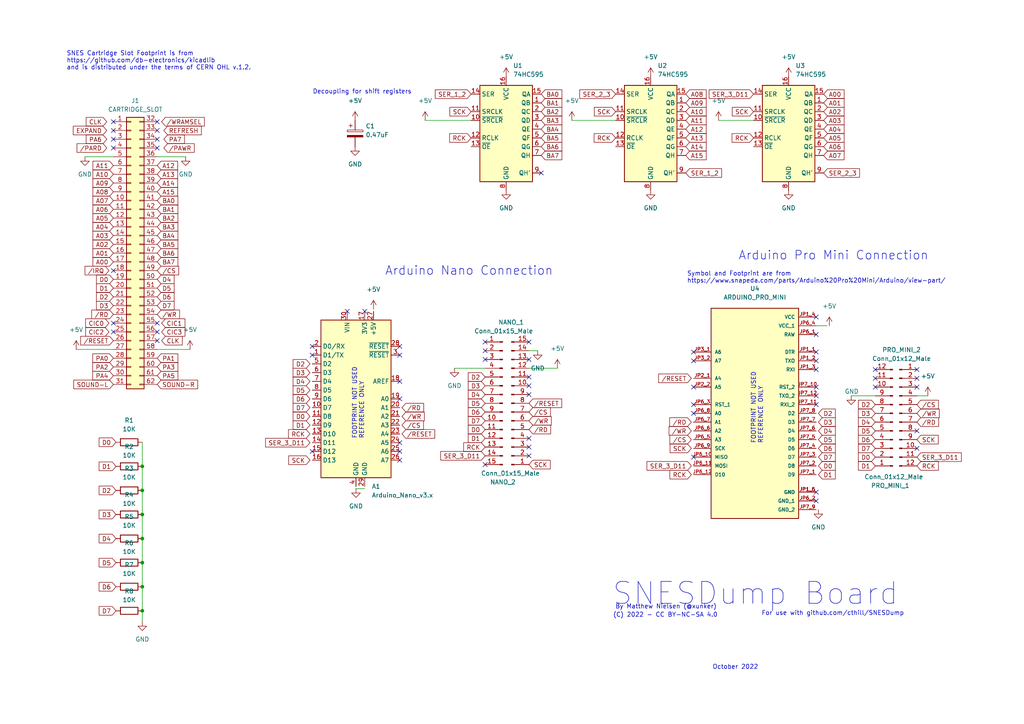
<source format=kicad_sch>
(kicad_sch (version 20211123) (generator eeschema)
  (paper "A4")
  (lib_symbols
    (symbol "74xx:74HC595"
      (property "Reference" "U" (at -7.62 13.97 0))
      (property "Value" "74HC595" (at -7.62 -16.51 0))
      (symbol "74HC595_1_0"
        (pin tri_state line (at 10.16 7.62 180) (length 2.54) (name "QB") (number "1"))
        (pin input line (at -10.16 2.54 0) (length 2.54) (name "~{SRCLR}") (number "10"))
        (pin input line (at -10.16 5.08 0) (length 2.54) (name "SRCLK") (number "11"))
        (pin input line (at -10.16 -2.54 0) (length 2.54) (name "RCLK") (number "12"))
        (pin input line (at -10.16 -5.08 0) (length 2.54) (name "~{OE}") (number "13"))
        (pin input line (at -10.16 10.16 0) (length 2.54) (name "SER") (number "14"))
        (pin tri_state line (at 10.16 10.16 180) (length 2.54) (name "QA") (number "15"))
        (pin power_in line (at 0 15.24 270) (length 2.54) (name "VCC") (number "16"))
        (pin tri_state line (at 10.16 5.08 180) (length 2.54) (name "QC") (number "2"))
        (pin tri_state line (at 10.16 2.54 180) (length 2.54) (name "QD") (number "3"))
        (pin tri_state line (at 10.16 0 180) (length 2.54) (name "QE") (number "4"))
        (pin tri_state line (at 10.16 -2.54 180) (length 2.54) (name "QF") (number "5"))
        (pin tri_state line (at 10.16 -5.08 180) (length 2.54) (name "QG") (number "6"))
        (pin tri_state line (at 10.16 -7.62 180) (length 2.54) (name "QH") (number "7"))
        (pin power_in line (at 0 -17.78 90) (length 2.54) (name "GND") (number "8"))
        (pin output line (at 10.16 -12.7 180) (length 2.54) (name "QH'") (number "9"))
      )
    )
    (symbol "ARDUINO_PRO_MINI:ARDUINO_PRO_MINI" (pin_names (offset 1.016))
      (property "Reference" "U" (at -12.7 31.75 0))
      (property "Value" "ARDUINO_PRO_MINI" (at -12.7 -33.02 0))
      (symbol "ARDUINO_PRO_MINI_0_0"
        (pin input line (at 17.78 17.78 180) (length 5.08) (name "DTR") (number "JP1_1"))
        (pin bidirectional line (at 17.78 15.24 180) (length 5.08) (name "TXO") (number "JP1_2"))
        (pin bidirectional line (at 17.78 12.7 180) (length 5.08) (name "RXI") (number "JP1_3"))
        (pin power_in line (at 17.78 27.94 180) (length 5.08) (name "VCC") (number "JP1_4"))
        (pin power_in line (at 17.78 -22.86 180) (length 5.08) (name "GND") (number "JP1_5"))
        (pin power_in line (at 17.78 -22.86 180) (length 5.08) (name "GND") (number "JP1_6"))
        (pin bidirectional line (at -17.78 10.16 0) (length 5.08) (name "A4") (number "JP2_1"))
        (pin bidirectional line (at -17.78 7.62 0) (length 5.08) (name "A5") (number "JP2_2"))
        (pin input line (at -17.78 17.78 0) (length 5.08) (name "A6") (number "JP3_1"))
        (pin input line (at -17.78 15.24 0) (length 5.08) (name "A7") (number "JP3_2"))
        (pin power_in line (at 17.78 22.86 180) (length 5.08) (name "RAW") (number "JP6_1"))
        (pin bidirectional line (at -17.78 -12.7 0) (length 5.08) (name "MISO") (number "JP6_10"))
        (pin bidirectional line (at -17.78 -15.24 0) (length 5.08) (name "MOSI") (number "JP6_11"))
        (pin bidirectional line (at -17.78 -17.78 0) (length 5.08) (name "D10") (number "JP6_12"))
        (pin power_in line (at 17.78 -25.4 180) (length 5.08) (name "GND_1") (number "JP6_2"))
        (pin input line (at -17.78 2.54 0) (length 5.08) (name "RST_1") (number "JP6_3"))
        (pin power_in line (at 17.78 25.4 180) (length 5.08) (name "VCC_1") (number "JP6_4"))
        (pin bidirectional line (at -17.78 -7.62 0) (length 5.08) (name "A3") (number "JP6_5"))
        (pin bidirectional line (at -17.78 -5.08 0) (length 5.08) (name "A2") (number "JP6_6"))
        (pin bidirectional line (at -17.78 -2.54 0) (length 5.08) (name "A1") (number "JP6_7"))
        (pin bidirectional line (at -17.78 0 0) (length 5.08) (name "A0") (number "JP6_8"))
        (pin bidirectional line (at -17.78 -10.16 0) (length 5.08) (name "SCK") (number "JP6_9"))
        (pin bidirectional line (at 17.78 -17.78 180) (length 5.08) (name "D9") (number "JP7_1"))
        (pin input line (at 17.78 7.62 180) (length 5.08) (name "RST_2") (number "JP7_10"))
        (pin bidirectional line (at 17.78 2.54 180) (length 5.08) (name "RXI_2") (number "JP7_11"))
        (pin bidirectional line (at 17.78 5.08 180) (length 5.08) (name "TXO_2") (number "JP7_12"))
        (pin bidirectional line (at 17.78 -15.24 180) (length 5.08) (name "D8") (number "JP7_2"))
        (pin bidirectional line (at 17.78 -12.7 180) (length 5.08) (name "D7") (number "JP7_3"))
        (pin bidirectional line (at 17.78 -10.16 180) (length 5.08) (name "D6") (number "JP7_4"))
        (pin bidirectional line (at 17.78 -7.62 180) (length 5.08) (name "D5") (number "JP7_5"))
        (pin bidirectional line (at 17.78 -5.08 180) (length 5.08) (name "D4") (number "JP7_6"))
        (pin bidirectional line (at 17.78 -2.54 180) (length 5.08) (name "D3") (number "JP7_7"))
        (pin bidirectional line (at 17.78 0 180) (length 5.08) (name "D2") (number "JP7_8"))
        (pin power_in line (at 17.78 -27.94 180) (length 5.08) (name "GND_2") (number "JP7_9"))
      )
    )
    (symbol "Connector:Conn_01x12_Male" (pin_names (offset 1.016) hide)
      (property "Reference" "J" (at 0 15.24 0))
      (property "Value" "Conn_01x12_Male" (at 0 -17.78 0))
      (symbol "Conn_01x12_Male_1_1"
        (pin passive line (at 5.08 12.7 180) (length 3.81) (name "Pin_1") (number "1"))
        (pin passive line (at 5.08 -10.16 180) (length 3.81) (name "Pin_10") (number "10"))
        (pin passive line (at 5.08 -12.7 180) (length 3.81) (name "Pin_11") (number "11"))
        (pin passive line (at 5.08 -15.24 180) (length 3.81) (name "Pin_12") (number "12"))
        (pin passive line (at 5.08 10.16 180) (length 3.81) (name "Pin_2") (number "2"))
        (pin passive line (at 5.08 7.62 180) (length 3.81) (name "Pin_3") (number "3"))
        (pin passive line (at 5.08 5.08 180) (length 3.81) (name "Pin_4") (number "4"))
        (pin passive line (at 5.08 2.54 180) (length 3.81) (name "Pin_5") (number "5"))
        (pin passive line (at 5.08 0 180) (length 3.81) (name "Pin_6") (number "6"))
        (pin passive line (at 5.08 -2.54 180) (length 3.81) (name "Pin_7") (number "7"))
        (pin passive line (at 5.08 -5.08 180) (length 3.81) (name "Pin_8") (number "8"))
        (pin passive line (at 5.08 -7.62 180) (length 3.81) (name "Pin_9") (number "9"))
      )
    )
    (symbol "Connector:Conn_01x15_Male" (pin_names (offset 1.016) hide)
      (property "Reference" "J" (at 0 20.32 0))
      (property "Value" "Conn_01x15_Male" (at 0 -20.32 0))
      (symbol "Conn_01x15_Male_1_1"
        (pin passive line (at 5.08 17.78 180) (length 3.81) (name "Pin_1") (number "1"))
        (pin passive line (at 5.08 -5.08 180) (length 3.81) (name "Pin_10") (number "10"))
        (pin passive line (at 5.08 -7.62 180) (length 3.81) (name "Pin_11") (number "11"))
        (pin passive line (at 5.08 -10.16 180) (length 3.81) (name "Pin_12") (number "12"))
        (pin passive line (at 5.08 -12.7 180) (length 3.81) (name "Pin_13") (number "13"))
        (pin passive line (at 5.08 -15.24 180) (length 3.81) (name "Pin_14") (number "14"))
        (pin passive line (at 5.08 -17.78 180) (length 3.81) (name "Pin_15") (number "15"))
        (pin passive line (at 5.08 15.24 180) (length 3.81) (name "Pin_2") (number "2"))
        (pin passive line (at 5.08 12.7 180) (length 3.81) (name "Pin_3") (number "3"))
        (pin passive line (at 5.08 10.16 180) (length 3.81) (name "Pin_4") (number "4"))
        (pin passive line (at 5.08 7.62 180) (length 3.81) (name "Pin_5") (number "5"))
        (pin passive line (at 5.08 5.08 180) (length 3.81) (name "Pin_6") (number "6"))
        (pin passive line (at 5.08 2.54 180) (length 3.81) (name "Pin_7") (number "7"))
        (pin passive line (at 5.08 0 180) (length 3.81) (name "Pin_8") (number "8"))
        (pin passive line (at 5.08 -2.54 180) (length 3.81) (name "Pin_9") (number "9"))
      )
    )
    (symbol "Connector_Generic:Conn_02x31_Top_Bottom" (pin_names (offset 1.016) hide)
      (property "Reference" "J" (at 1.27 40.64 0))
      (property "Value" "Conn_02x31_Top_Bottom" (at 1.27 -40.64 0))
      (symbol "Conn_02x31_Top_Bottom_1_1"
        (pin passive line (at -5.08 38.1 0) (length 3.81) (name "Pin_1") (number "1"))
        (pin passive line (at -5.08 15.24 0) (length 3.81) (name "Pin_10") (number "10"))
        (pin passive line (at -5.08 12.7 0) (length 3.81) (name "Pin_11") (number "11"))
        (pin passive line (at -5.08 10.16 0) (length 3.81) (name "Pin_12") (number "12"))
        (pin passive line (at -5.08 7.62 0) (length 3.81) (name "Pin_13") (number "13"))
        (pin passive line (at -5.08 5.08 0) (length 3.81) (name "Pin_14") (number "14"))
        (pin passive line (at -5.08 2.54 0) (length 3.81) (name "Pin_15") (number "15"))
        (pin passive line (at -5.08 0 0) (length 3.81) (name "Pin_16") (number "16"))
        (pin passive line (at -5.08 -2.54 0) (length 3.81) (name "Pin_17") (number "17"))
        (pin passive line (at -5.08 -5.08 0) (length 3.81) (name "Pin_18") (number "18"))
        (pin passive line (at -5.08 -7.62 0) (length 3.81) (name "Pin_19") (number "19"))
        (pin passive line (at -5.08 35.56 0) (length 3.81) (name "Pin_2") (number "2"))
        (pin passive line (at -5.08 -10.16 0) (length 3.81) (name "Pin_20") (number "20"))
        (pin passive line (at -5.08 -12.7 0) (length 3.81) (name "Pin_21") (number "21"))
        (pin passive line (at -5.08 -15.24 0) (length 3.81) (name "Pin_22") (number "22"))
        (pin passive line (at -5.08 -17.78 0) (length 3.81) (name "Pin_23") (number "23"))
        (pin passive line (at -5.08 -20.32 0) (length 3.81) (name "Pin_24") (number "24"))
        (pin passive line (at -5.08 -22.86 0) (length 3.81) (name "Pin_25") (number "25"))
        (pin passive line (at -5.08 -25.4 0) (length 3.81) (name "Pin_26") (number "26"))
        (pin passive line (at -5.08 -27.94 0) (length 3.81) (name "Pin_27") (number "27"))
        (pin passive line (at -5.08 -30.48 0) (length 3.81) (name "Pin_28") (number "28"))
        (pin passive line (at -5.08 -33.02 0) (length 3.81) (name "Pin_29") (number "29"))
        (pin passive line (at -5.08 33.02 0) (length 3.81) (name "Pin_3") (number "3"))
        (pin passive line (at -5.08 -35.56 0) (length 3.81) (name "Pin_30") (number "30"))
        (pin passive line (at -5.08 -38.1 0) (length 3.81) (name "Pin_31") (number "31"))
        (pin passive line (at 7.62 38.1 180) (length 3.81) (name "Pin_32") (number "32"))
        (pin passive line (at 7.62 35.56 180) (length 3.81) (name "Pin_33") (number "33"))
        (pin passive line (at 7.62 33.02 180) (length 3.81) (name "Pin_34") (number "34"))
        (pin passive line (at 7.62 30.48 180) (length 3.81) (name "Pin_35") (number "35"))
        (pin passive line (at 7.62 27.94 180) (length 3.81) (name "Pin_36") (number "36"))
        (pin passive line (at 7.62 25.4 180) (length 3.81) (name "Pin_37") (number "37"))
        (pin passive line (at 7.62 22.86 180) (length 3.81) (name "Pin_38") (number "38"))
        (pin passive line (at 7.62 20.32 180) (length 3.81) (name "Pin_39") (number "39"))
        (pin passive line (at -5.08 30.48 0) (length 3.81) (name "Pin_4") (number "4"))
        (pin passive line (at 7.62 17.78 180) (length 3.81) (name "Pin_40") (number "40"))
        (pin passive line (at 7.62 15.24 180) (length 3.81) (name "Pin_41") (number "41"))
        (pin passive line (at 7.62 12.7 180) (length 3.81) (name "Pin_42") (number "42"))
        (pin passive line (at 7.62 10.16 180) (length 3.81) (name "Pin_43") (number "43"))
        (pin passive line (at 7.62 7.62 180) (length 3.81) (name "Pin_44") (number "44"))
        (pin passive line (at 7.62 5.08 180) (length 3.81) (name "Pin_45") (number "45"))
        (pin passive line (at 7.62 2.54 180) (length 3.81) (name "Pin_46") (number "46"))
        (pin passive line (at 7.62 0 180) (length 3.81) (name "Pin_47") (number "47"))
        (pin passive line (at 7.62 -2.54 180) (length 3.81) (name "Pin_48") (number "48"))
        (pin passive line (at 7.62 -5.08 180) (length 3.81) (name "Pin_49") (number "49"))
        (pin passive line (at -5.08 27.94 0) (length 3.81) (name "Pin_5") (number "5"))
        (pin passive line (at 7.62 -7.62 180) (length 3.81) (name "Pin_50") (number "50"))
        (pin passive line (at 7.62 -10.16 180) (length 3.81) (name "Pin_51") (number "51"))
        (pin passive line (at 7.62 -12.7 180) (length 3.81) (name "Pin_52") (number "52"))
        (pin passive line (at 7.62 -15.24 180) (length 3.81) (name "Pin_53") (number "53"))
        (pin passive line (at 7.62 -17.78 180) (length 3.81) (name "Pin_54") (number "54"))
        (pin passive line (at 7.62 -20.32 180) (length 3.81) (name "Pin_55") (number "55"))
        (pin passive line (at 7.62 -22.86 180) (length 3.81) (name "Pin_56") (number "56"))
        (pin passive line (at 7.62 -25.4 180) (length 3.81) (name "Pin_57") (number "57"))
        (pin passive line (at 7.62 -27.94 180) (length 3.81) (name "Pin_58") (number "58"))
        (pin passive line (at 7.62 -30.48 180) (length 3.81) (name "Pin_59") (number "59"))
        (pin passive line (at -5.08 25.4 0) (length 3.81) (name "Pin_6") (number "6"))
        (pin passive line (at 7.62 -33.02 180) (length 3.81) (name "Pin_60") (number "60"))
        (pin passive line (at 7.62 -35.56 180) (length 3.81) (name "Pin_61") (number "61"))
        (pin passive line (at 7.62 -38.1 180) (length 3.81) (name "Pin_62") (number "62"))
        (pin passive line (at -5.08 22.86 0) (length 3.81) (name "Pin_7") (number "7"))
        (pin passive line (at -5.08 20.32 0) (length 3.81) (name "Pin_8") (number "8"))
        (pin passive line (at -5.08 17.78 0) (length 3.81) (name "Pin_9") (number "9"))
      )
    )
    (symbol "Device:C_Polarized" (pin_numbers hide) (pin_names (offset 0.254))
      (property "Reference" "C" (at 0.635 2.54 0))
      (property "Value" "C_Polarized" (at 0.635 -2.54 0))
      (symbol "C_Polarized_1_1"
        (pin passive line (at 0 3.81 270) (length 2.794) (name "~") (number "1"))
        (pin passive line (at 0 -3.81 90) (length 2.794) (name "~") (number "2"))
      )
    )
    (symbol "Device:R" (pin_numbers hide) (pin_names (offset 0))
      (property "Reference" "R" (at 2.032 0 90))
      (property "Value" "R" (at 0 0 90))
      (symbol "R_1_1"
        (pin passive line (at 0 3.81 270) (length 1.27) (name "~") (number "1"))
        (pin passive line (at 0 -3.81 90) (length 1.27) (name "~") (number "2"))
      )
    )
    (symbol "MCU_Module:Arduino_Nano_v3.x"
      (property "Reference" "A" (at -10.16 23.495 0))
      (property "Value" "Arduino_Nano_v3.x" (at 5.08 -24.13 0))
      (symbol "Arduino_Nano_v3.x_1_1"
        (pin bidirectional line (at -12.7 12.7 0) (length 2.54) (name "D1/TX") (number "1"))
        (pin bidirectional line (at -12.7 -2.54 0) (length 2.54) (name "D7") (number "10"))
        (pin bidirectional line (at -12.7 -5.08 0) (length 2.54) (name "D8") (number "11"))
        (pin bidirectional line (at -12.7 -7.62 0) (length 2.54) (name "D9") (number "12"))
        (pin bidirectional line (at -12.7 -10.16 0) (length 2.54) (name "D10") (number "13"))
        (pin bidirectional line (at -12.7 -12.7 0) (length 2.54) (name "D11") (number "14"))
        (pin bidirectional line (at -12.7 -15.24 0) (length 2.54) (name "D12") (number "15"))
        (pin bidirectional line (at -12.7 -17.78 0) (length 2.54) (name "D13") (number "16"))
        (pin power_out line (at 2.54 25.4 270) (length 2.54) (name "3V3") (number "17"))
        (pin input line (at 12.7 5.08 180) (length 2.54) (name "AREF") (number "18"))
        (pin bidirectional line (at 12.7 0 180) (length 2.54) (name "A0") (number "19"))
        (pin bidirectional line (at -12.7 15.24 0) (length 2.54) (name "D0/RX") (number "2"))
        (pin bidirectional line (at 12.7 -2.54 180) (length 2.54) (name "A1") (number "20"))
        (pin bidirectional line (at 12.7 -5.08 180) (length 2.54) (name "A2") (number "21"))
        (pin bidirectional line (at 12.7 -7.62 180) (length 2.54) (name "A3") (number "22"))
        (pin bidirectional line (at 12.7 -10.16 180) (length 2.54) (name "A4") (number "23"))
        (pin bidirectional line (at 12.7 -12.7 180) (length 2.54) (name "A5") (number "24"))
        (pin bidirectional line (at 12.7 -15.24 180) (length 2.54) (name "A6") (number "25"))
        (pin bidirectional line (at 12.7 -17.78 180) (length 2.54) (name "A7") (number "26"))
        (pin power_out line (at 5.08 25.4 270) (length 2.54) (name "+5V") (number "27"))
        (pin input line (at 12.7 15.24 180) (length 2.54) (name "~{RESET}") (number "28"))
        (pin power_in line (at 2.54 -25.4 90) (length 2.54) (name "GND") (number "29"))
        (pin input line (at 12.7 12.7 180) (length 2.54) (name "~{RESET}") (number "3"))
        (pin power_in line (at -2.54 25.4 270) (length 2.54) (name "VIN") (number "30"))
        (pin power_in line (at 0 -25.4 90) (length 2.54) (name "GND") (number "4"))
        (pin bidirectional line (at -12.7 10.16 0) (length 2.54) (name "D2") (number "5"))
        (pin bidirectional line (at -12.7 7.62 0) (length 2.54) (name "D3") (number "6"))
        (pin bidirectional line (at -12.7 5.08 0) (length 2.54) (name "D4") (number "7"))
        (pin bidirectional line (at -12.7 2.54 0) (length 2.54) (name "D5") (number "8"))
        (pin bidirectional line (at -12.7 0 0) (length 2.54) (name "D6") (number "9"))
      )
    )
    (symbol "power:+5V" (power) (pin_names (offset 0))
      (property "Value" "+5V" (at 0 3.556 0))
      (symbol "+5V_1_1"
        (pin power_in line (at 0 0 90) (length 0) hide (name "+5V") (number "1"))
      )
    )
    (symbol "power:GND" (power) (pin_names (offset 0))
      (property "Value" "GND" (at 0 -3.81 0))
      (symbol "GND_1_1"
        (pin power_in line (at 0 0 270) (length 0) hide (name "GND") (number "1"))
      )
    )
  )
  (junction (at 41.275 135.255))
  (junction (at 41.275 163.195))
  (junction (at 41.275 170.18))
  (junction (at 41.275 142.24))
  (junction (at 41.275 149.225))
  (junction (at 41.275 156.21))
  (junction (at 41.275 177.165))
  (no_connect (at 32.893 42.926))
  (no_connect (at 45.593 42.926))
  (no_connect (at 32.893 78.486))
  (no_connect (at 45.593 35.306))
  (no_connect (at 45.593 37.846))
  (no_connect (at 45.593 40.386))
  (no_connect (at 32.893 40.386))
  (no_connect (at 32.893 37.846))
  (no_connect (at 32.893 35.306))
  (no_connect (at 140.716 104.267))
  (no_connect (at 140.716 99.187))
  (no_connect (at 140.716 101.727))
  (no_connect (at 153.416 132.207))
  (no_connect (at 153.416 114.427))
  (no_connect (at 153.416 127.127))
  (no_connect (at 265.938 112.268))
  (no_connect (at 253.873 109.728))
  (no_connect (at 265.938 107.188))
  (no_connect (at 265.938 109.728))
  (no_connect (at 253.873 107.188))
  (no_connect (at 253.873 112.268))
  (no_connect (at 153.416 104.267))
  (no_connect (at 156.972 50.165))
  (no_connect (at 153.416 99.187))
  (no_connect (at 265.938 124.968))
  (no_connect (at 153.416 111.887))
  (no_connect (at 140.716 134.747))
  (no_connect (at 45.593 93.726))
  (no_connect (at 32.893 93.726))
  (no_connect (at 32.893 96.266))
  (no_connect (at 45.593 96.266))
  (no_connect (at 45.593 98.806))
  (no_connect (at 265.938 130.048))
  (no_connect (at 236.728 107.188))
  (no_connect (at 236.728 102.108))
  (no_connect (at 236.728 114.808))
  (no_connect (at 236.728 104.648))
  (no_connect (at 236.728 112.268))
  (no_connect (at 236.728 142.748))
  (no_connect (at 236.728 145.288))
  (no_connect (at 236.728 117.348))
  (no_connect (at 201.168 112.268))
  (no_connect (at 201.168 117.348))
  (no_connect (at 201.168 119.888))
  (no_connect (at 201.168 102.108))
  (no_connect (at 201.168 104.648))
  (no_connect (at 115.951 130.937))
  (no_connect (at 115.951 133.477))
  (no_connect (at 115.951 115.697))
  (no_connect (at 115.951 128.397))
  (no_connect (at 115.951 100.457))
  (no_connect (at 115.951 102.997))
  (no_connect (at 115.951 110.617))
  (no_connect (at 90.551 100.457))
  (no_connect (at 90.551 102.997))
  (no_connect (at 236.728 91.948))
  (no_connect (at 236.728 97.028))
  (no_connect (at 100.711 90.297))
  (no_connect (at 105.791 90.297))
  (no_connect (at 153.416 109.347))
  (no_connect (at 201.168 132.588))
  (no_connect (at 90.551 130.937))
  (no_connect (at 153.416 129.667))
  (wire (pts (xy 265.938 114.808) (xy 269.113 114.808)))
  (wire (pts (xy 45.593 45.466) (xy 53.848 45.466)))
  (wire (pts (xy 41.275 149.225) (xy 41.275 156.21)))
  (wire (pts (xy 236.728 94.488) (xy 239.903 94.488)))
  (wire (pts (xy 153.416 101.727) (xy 155.956 101.727)))
  (wire (pts (xy 165.862 34.925) (xy 178.562 34.925)))
  (wire (pts (xy 41.275 163.195) (xy 41.275 170.18)))
  (wire (pts (xy 41.275 177.165) (xy 41.275 180.34)))
  (wire (pts (xy 153.416 106.807) (xy 161.671 106.807)))
  (wire (pts (xy 131.826 106.807) (xy 140.716 106.807)))
  (wire (pts (xy 246.888 114.808) (xy 253.873 114.808)))
  (wire (pts (xy 22.098 101.346) (xy 32.893 101.346)))
  (wire (pts (xy 123.317 34.925) (xy 136.652 34.925)))
  (wire (pts (xy 41.275 170.18) (xy 41.275 177.165)))
  (wire (pts (xy 103.251 141.732) (xy 105.791 141.732)))
  (wire (pts (xy 41.275 156.21) (xy 41.275 163.195)))
  (wire (pts (xy 41.275 135.255) (xy 41.275 142.24)))
  (wire (pts (xy 45.593 101.346) (xy 55.118 101.346)))
  (wire (pts (xy 41.275 142.24) (xy 41.275 149.225)))
  (wire (pts (xy 41.275 128.27) (xy 41.275 135.255)))
  (wire (pts (xy 24.638 45.466) (xy 32.893 45.466)))
  (wire (pts (xy 208.407 34.925) (xy 218.567 34.925)))
  (text "SNES Cartridge Slot Footprint is from\nhttps://github.com/db-electronics/kicadlib\nand is distributed under the terms of CERN OHL v.1.2.\n" (at 19.304 20.447 0) (effects (font (size 1.27 1.27)) (justify left bottom)))
  (text "Decoupling for shift registers" (at 90.678 27.432 0) (effects (font (size 1.27 1.27)) (justify left bottom)))
  (text "FOOTPRINT NOT USED\nREFERENCE ONLY" (at 221.361 128.778 90) (effects (font (size 1.27 1.27)) (justify left bottom)))
  (text "October 2022" (at 206.629 194.31 0) (effects (font (size 1.27 1.27)) (justify left bottom)))
  (text "(C) 2022 - CC BY-NC-SA 4.0" (at 177.8 179.197 0) (effects (font (size 1.27 1.27)) (justify left bottom)))
  (text "Arduino Nano Connection" (at 111.633 80.137 0) (effects (font (size 2.54 2.54)) (justify left bottom)))
  (text "SNESDump Board" (at 177.419 176.022 0) (effects (font (size 6.35 6.35)) (justify left bottom)))
  (text "For use with github.com/cthill/SNESDump" (at 220.853 178.689 0) (effects (font (size 1.27 1.27)) (justify left bottom)))
  (text "Arduino Pro Mini Connection" (at 214.122 75.692 0) (effects (font (size 2.54 2.54)) (justify left bottom)))
  (text "Symbol and Footprint are from\nhttps://www.snapeda.com/parts/Arduino%20Pro%20Mini/Arduino/view-part/" (at 199.263 82.296 0) (effects (font (size 1.27 1.27)) (justify left bottom)))
  (text "FOOTPRINT NOT USED\nREFERENCE ONLY" (at 105.664 127.381 90) (effects (font (size 1.27 1.27)) (justify left bottom)))
  (text "By Matthew Nielsen (@xunker)" (at 178.435 176.784 0) (effects (font (size 1.27 1.27)) (justify left bottom)))
  (global_label "D4" (shape input) (at 33.655 156.21 180) (property "Intersheet References" "${INTERSHEET_REFS}" (effects hide)))
  (global_label "BA0" (shape input) (at 156.972 27.305 0) (property "Intersheet References" "${INTERSHEET_REFS}" (effects hide)))
  (global_label "D1" (shape input) (at 89.916 123.317 180) (property "Intersheet References" "${INTERSHEET_REFS}" (effects hide)))
  (global_label "D0" (shape input) (at 237.363 135.128 0) (property "Intersheet References" "${INTERSHEET_REFS}" (effects hide)))
  (global_label "D0" (shape input) (at 33.655 128.27 180) (property "Intersheet References" "${INTERSHEET_REFS}" (effects hide)))
  (global_label "D1" (shape input) (at 253.873 135.128 180) (property "Intersheet References" "${INTERSHEET_REFS}" (effects hide)))
  (global_label "A02" (shape input) (at 32.893 70.866 180) (property "Intersheet References" "${INTERSHEET_REFS}" (effects hide)))
  (global_label "D2" (shape input) (at 253.873 117.348 180) (property "Intersheet References" "${INTERSHEET_REFS}" (effects hide)))
  (global_label "A11" (shape input) (at 32.893 48.006 180) (property "Intersheet References" "${INTERSHEET_REFS}" (effects hide)))
  (global_label "A14" (shape input) (at 198.882 42.545 0) (property "Intersheet References" "${INTERSHEET_REFS}" (effects hide)))
  (global_label "A07" (shape input) (at 238.887 45.085 0) (property "Intersheet References" "${INTERSHEET_REFS}" (effects hide)))
  (global_label "D4" (shape input) (at 140.716 114.427 180) (property "Intersheet References" "${INTERSHEET_REFS}" (effects hide)))
  (global_label "A09" (shape input) (at 32.893 53.086 180) (property "Intersheet References" "${INTERSHEET_REFS}" (effects hide)))
  (global_label "PA5" (shape input) (at 45.593 108.966 0) (property "Intersheet References" "${INTERSHEET_REFS}" (effects hide)))
  (global_label "A10" (shape input) (at 198.882 32.385 0) (property "Intersheet References" "${INTERSHEET_REFS}" (effects hide)))
  (global_label "BA2" (shape input) (at 45.593 63.246 0) (property "Intersheet References" "${INTERSHEET_REFS}" (effects hide)))
  (global_label "PA6" (shape input) (at 30.988 40.386 180) (property "Intersheet References" "${INTERSHEET_REFS}" (effects hide)))
  (global_label "D4" (shape input) (at 237.363 124.968 0) (property "Intersheet References" "${INTERSHEET_REFS}" (effects hide)))
  (global_label "PA1" (shape input) (at 45.593 103.886 0) (property "Intersheet References" "${INTERSHEET_REFS}" (effects hide)))
  (global_label "D5" (shape input) (at 33.655 163.195 180) (property "Intersheet References" "${INTERSHEET_REFS}" (effects hide)))
  (global_label "D0" (shape input) (at 89.916 120.777 180) (property "Intersheet References" "${INTERSHEET_REFS}" (effects hide)))
  (global_label "D2" (shape input) (at 32.893 86.106 180) (property "Intersheet References" "${INTERSHEET_REFS}" (effects hide)))
  (global_label "RCK" (shape input) (at 265.938 135.128 0) (property "Intersheet References" "${INTERSHEET_REFS}" (effects hide)))
  (global_label "D6" (shape input) (at 33.655 170.18 180) (property "Intersheet References" "${INTERSHEET_REFS}" (effects hide)))
  (global_label "SCK" (shape input) (at 153.416 134.747 0) (property "Intersheet References" "${INTERSHEET_REFS}" (effects hide)))
  (global_label "D3" (shape input) (at 89.916 108.077 180) (property "Intersheet References" "${INTERSHEET_REFS}" (effects hide)))
  (global_label "RCK" (shape input) (at 89.916 125.857 180) (property "Intersheet References" "${INTERSHEET_REFS}" (effects hide)))
  (global_label "A06" (shape input) (at 238.887 42.545 0) (property "Intersheet References" "${INTERSHEET_REFS}" (effects hide)))
  (global_label "CLK" (shape input) (at 30.988 35.306 180) (property "Intersheet References" "${INTERSHEET_REFS}" (effects hide)))
  (global_label "PA4" (shape input) (at 32.893 108.966 180) (property "Intersheet References" "${INTERSHEET_REFS}" (effects hide)))
  (global_label "{slash}WR" (shape input) (at 200.533 124.968 180) (property "Intersheet References" "${INTERSHEET_REFS}" (effects hide)))
  (global_label "D0" (shape input) (at 140.716 124.587 180) (property "Intersheet References" "${INTERSHEET_REFS}" (effects hide)))
  (global_label "BA1" (shape input) (at 156.972 29.845 0) (property "Intersheet References" "${INTERSHEET_REFS}" (effects hide)))
  (global_label "SCK" (shape input) (at 178.562 32.385 180) (property "Intersheet References" "${INTERSHEET_REFS}" (effects hide)))
  (global_label "BA4" (shape input) (at 156.972 37.465 0) (property "Intersheet References" "${INTERSHEET_REFS}" (effects hide)))
  (global_label "A04" (shape input) (at 238.887 37.465 0) (property "Intersheet References" "${INTERSHEET_REFS}" (effects hide)))
  (global_label "A03" (shape input) (at 32.893 68.326 180) (property "Intersheet References" "${INTERSHEET_REFS}" (effects hide)))
  (global_label "BA7" (shape input) (at 156.972 45.085 0) (property "Intersheet References" "${INTERSHEET_REFS}" (effects hide)))
  (global_label "SCK" (shape input) (at 218.567 32.385 180) (property "Intersheet References" "${INTERSHEET_REFS}" (effects hide)))
  (global_label "PA2" (shape input) (at 32.893 106.426 180) (property "Intersheet References" "${INTERSHEET_REFS}" (effects hide)))
  (global_label "A03" (shape input) (at 238.887 34.925 0) (property "Intersheet References" "${INTERSHEET_REFS}" (effects hide)))
  (global_label "D0" (shape input) (at 253.873 132.588 180) (property "Intersheet References" "${INTERSHEET_REFS}" (effects hide)))
  (global_label "A15" (shape input) (at 45.593 55.626 0) (property "Intersheet References" "${INTERSHEET_REFS}" (effects hide)))
  (global_label "D5" (shape input) (at 45.593 83.566 0) (property "Intersheet References" "${INTERSHEET_REFS}" (effects hide)))
  (global_label "SER_3_D11" (shape input) (at 265.938 132.588 0) (property "Intersheet References" "${INTERSHEET_REFS}" (effects hide)))
  (global_label "BA7" (shape input) (at 45.593 75.946 0) (property "Intersheet References" "${INTERSHEET_REFS}" (effects hide)))
  (global_label "D7" (shape input) (at 237.363 132.588 0) (property "Intersheet References" "${INTERSHEET_REFS}" (effects hide)))
  (global_label "D0" (shape input) (at 32.893 81.026 180) (property "Intersheet References" "${INTERSHEET_REFS}" (effects hide)))
  (global_label "{slash}RESET" (shape input) (at 32.893 98.806 180) (property "Intersheet References" "${INTERSHEET_REFS}" (effects hide)))
  (global_label "A06" (shape input) (at 32.893 60.706 180) (property "Intersheet References" "${INTERSHEET_REFS}" (effects hide)))
  (global_label "A07" (shape input) (at 32.893 58.166 180) (property "Intersheet References" "${INTERSHEET_REFS}" (effects hide)))
  (global_label "REFRESH" (shape input) (at 47.498 37.846 0) (property "Intersheet References" "${INTERSHEET_REFS}" (effects hide)))
  (global_label "CIC2" (shape input) (at 31.623 96.266 180) (property "Intersheet References" "${INTERSHEET_REFS}" (effects hide)))
  (global_label "D2" (shape input) (at 237.363 119.888 0) (property "Intersheet References" "${INTERSHEET_REFS}" (effects hide)))
  (global_label "SCK" (shape input) (at 136.652 32.385 180) (property "Intersheet References" "${INTERSHEET_REFS}" (effects hide)))
  (global_label "D4" (shape input) (at 89.916 110.617 180) (property "Intersheet References" "${INTERSHEET_REFS}" (effects hide)))
  (global_label "{slash}RD" (shape input) (at 200.533 122.428 180) (property "Intersheet References" "${INTERSHEET_REFS}" (effects hide)))
  (global_label "RCK" (shape input) (at 200.533 137.668 180) (property "Intersheet References" "${INTERSHEET_REFS}" (effects hide)))
  (global_label "SOUND-L" (shape input) (at 32.893 111.506 180) (property "Intersheet References" "${INTERSHEET_REFS}" (effects hide)))
  (global_label "{slash}RD" (shape input) (at 32.893 91.186 180) (property "Intersheet References" "${INTERSHEET_REFS}" (effects hide)))
  (global_label "A01" (shape input) (at 32.893 73.406 180) (property "Intersheet References" "${INTERSHEET_REFS}" (effects hide)))
  (global_label "A05" (shape input) (at 32.893 63.246 180) (property "Intersheet References" "${INTERSHEET_REFS}" (effects hide)))
  (global_label "BA4" (shape input) (at 45.593 68.326 0) (property "Intersheet References" "${INTERSHEET_REFS}" (effects hide)))
  (global_label "D6" (shape input) (at 253.873 127.508 180) (property "Intersheet References" "${INTERSHEET_REFS}" (effects hide)))
  (global_label "A13" (shape input) (at 45.593 50.546 0) (property "Intersheet References" "${INTERSHEET_REFS}" (effects hide)))
  (global_label "SOUND-R" (shape input) (at 45.593 111.506 0) (property "Intersheet References" "${INTERSHEET_REFS}" (effects hide)))
  (global_label "{slash}WR" (shape input) (at 153.416 122.047 0) (property "Intersheet References" "${INTERSHEET_REFS}" (effects hide)))
  (global_label "D5" (shape input) (at 237.363 127.508 0) (property "Intersheet References" "${INTERSHEET_REFS}" (effects hide)))
  (global_label "{slash}RESET" (shape input) (at 116.586 125.857 0) (property "Intersheet References" "${INTERSHEET_REFS}" (effects hide)))
  (global_label "RCK" (shape input) (at 140.716 129.667 180) (property "Intersheet References" "${INTERSHEET_REFS}" (effects hide)))
  (global_label "CIC3" (shape input) (at 46.863 96.266 0) (property "Intersheet References" "${INTERSHEET_REFS}" (effects hide)))
  (global_label "D6" (shape input) (at 140.716 119.507 180) (property "Intersheet References" "${INTERSHEET_REFS}" (effects hide)))
  (global_label "D6" (shape input) (at 45.593 86.106 0) (property "Intersheet References" "${INTERSHEET_REFS}" (effects hide)))
  (global_label "BA3" (shape input) (at 45.593 65.786 0) (property "Intersheet References" "${INTERSHEET_REFS}" (effects hide)))
  (global_label "D1" (shape input) (at 237.363 137.668 0) (property "Intersheet References" "${INTERSHEET_REFS}" (effects hide)))
  (global_label "SER_3_D11" (shape input) (at 140.716 132.207 180) (property "Intersheet References" "${INTERSHEET_REFS}" (effects hide)))
  (global_label "BA2" (shape input) (at 156.972 32.385 0) (property "Intersheet References" "${INTERSHEET_REFS}" (effects hide)))
  (global_label "D6" (shape input) (at 237.363 130.048 0) (property "Intersheet References" "${INTERSHEET_REFS}" (effects hide)))
  (global_label "SER_3_D11" (shape input) (at 200.533 135.128 180) (property "Intersheet References" "${INTERSHEET_REFS}" (effects hide)))
  (global_label "A02" (shape input) (at 238.887 32.385 0) (property "Intersheet References" "${INTERSHEET_REFS}" (effects hide)))
  (global_label "D7" (shape input) (at 89.916 118.237 180) (property "Intersheet References" "${INTERSHEET_REFS}" (effects hide)))
  (global_label "D5" (shape input) (at 140.716 116.967 180) (property "Intersheet References" "${INTERSHEET_REFS}" (effects hide)))
  (global_label "A12" (shape input) (at 45.593 48.006 0) (property "Intersheet References" "${INTERSHEET_REFS}" (effects hide)))
  (global_label "BA5" (shape input) (at 45.593 70.866 0) (property "Intersheet References" "${INTERSHEET_REFS}" (effects hide)))
  (global_label "A01" (shape input) (at 238.887 29.845 0) (property "Intersheet References" "${INTERSHEET_REFS}" (effects hide)))
  (global_label "BA6" (shape input) (at 45.593 73.406 0) (property "Intersheet References" "${INTERSHEET_REFS}" (effects hide)))
  (global_label "A12" (shape input) (at 198.882 37.465 0) (property "Intersheet References" "${INTERSHEET_REFS}" (effects hide)))
  (global_label "PA0" (shape input) (at 32.893 103.886 180) (property "Intersheet References" "${INTERSHEET_REFS}" (effects hide)))
  (global_label "{slash}WR" (shape input) (at 45.593 91.186 0) (property "Intersheet References" "${INTERSHEET_REFS}" (effects hide)))
  (global_label "A00" (shape input) (at 238.887 27.305 0) (property "Intersheet References" "${INTERSHEET_REFS}" (effects hide)))
  (global_label "A09" (shape input) (at 198.882 29.845 0) (property "Intersheet References" "${INTERSHEET_REFS}" (effects hide)))
  (global_label "A14" (shape input) (at 45.593 53.086 0) (property "Intersheet References" "${INTERSHEET_REFS}" (effects hide)))
  (global_label "SER_2_3" (shape input) (at 178.562 27.305 180) (property "Intersheet References" "${INTERSHEET_REFS}" (effects hide)))
  (global_label "A13" (shape input) (at 198.882 40.005 0) (property "Intersheet References" "${INTERSHEET_REFS}" (effects hide)))
  (global_label "{slash}CS" (shape input) (at 116.586 123.317 0) (property "Intersheet References" "${INTERSHEET_REFS}" (effects hide)))
  (global_label "{slash}PARD" (shape input) (at 30.988 42.926 180) (property "Intersheet References" "${INTERSHEET_REFS}" (effects hide)))
  (global_label "A08" (shape input) (at 198.882 27.305 0) (property "Intersheet References" "${INTERSHEET_REFS}" (effects hide)))
  (global_label "D1" (shape input) (at 32.893 83.566 180) (property "Intersheet References" "${INTERSHEET_REFS}" (effects hide)))
  (global_label "D5" (shape input) (at 253.873 124.968 180) (property "Intersheet References" "${INTERSHEET_REFS}" (effects hide)))
  (global_label "RCK" (shape input) (at 178.562 40.005 180) (property "Intersheet References" "${INTERSHEET_REFS}" (effects hide)))
  (global_label "PA7" (shape input) (at 47.498 40.386 0) (property "Intersheet References" "${INTERSHEET_REFS}" (effects hide)))
  (global_label "A10" (shape input) (at 32.893 50.546 180) (property "Intersheet References" "${INTERSHEET_REFS}" (effects hide)))
  (global_label "A00" (shape input) (at 32.893 75.946 180) (property "Intersheet References" "${INTERSHEET_REFS}" (effects hide)))
  (global_label "SCK" (shape input) (at 265.938 127.508 0) (property "Intersheet References" "${INTERSHEET_REFS}" (effects hide)))
  (global_label "D7" (shape input) (at 140.716 122.047 180) (property "Intersheet References" "${INTERSHEET_REFS}" (effects hide)))
  (global_label "D6" (shape input) (at 89.916 115.697 180) (property "Intersheet References" "${INTERSHEET_REFS}" (effects hide)))
  (global_label "{slash}RESET" (shape input) (at 153.416 116.967 0) (property "Intersheet References" "${INTERSHEET_REFS}" (effects hide)))
  (global_label "{slash}CS" (shape input) (at 153.416 119.507 0) (property "Intersheet References" "${INTERSHEET_REFS}" (effects hide)))
  (global_label "D3" (shape input) (at 140.716 111.887 180) (property "Intersheet References" "${INTERSHEET_REFS}" (effects hide)))
  (global_label "{slash}WR" (shape input) (at 265.938 119.888 0) (property "Intersheet References" "${INTERSHEET_REFS}" (effects hide)))
  (global_label "D5" (shape input) (at 89.916 113.157 180) (property "Intersheet References" "${INTERSHEET_REFS}" (effects hide)))
  (global_label "SER_3_D11" (shape input) (at 89.916 128.397 180) (property "Intersheet References" "${INTERSHEET_REFS}" (effects hide)))
  (global_label "BA3" (shape input) (at 156.972 34.925 0) (property "Intersheet References" "${INTERSHEET_REFS}" (effects hide)))
  (global_label "A11" (shape input) (at 198.882 34.925 0) (property "Intersheet References" "${INTERSHEET_REFS}" (effects hide)))
  (global_label "D3" (shape input) (at 32.893 88.646 180) (property "Intersheet References" "${INTERSHEET_REFS}" (effects hide)))
  (global_label "D7" (shape input) (at 45.593 88.646 0) (property "Intersheet References" "${INTERSHEET_REFS}" (effects hide)))
  (global_label "BA5" (shape input) (at 156.972 40.005 0) (property "Intersheet References" "${INTERSHEET_REFS}" (effects hide)))
  (global_label "SCK" (shape input) (at 89.916 133.477 180) (property "Intersheet References" "${INTERSHEET_REFS}" (effects hide)))
  (global_label "SER_1_2" (shape input) (at 136.652 27.305 180) (property "Intersheet References" "${INTERSHEET_REFS}" (effects hide)))
  (global_label "{slash}RESET" (shape input) (at 200.533 109.728 180) (property "Intersheet References" "${INTERSHEET_REFS}" (effects hide)))
  (global_label "BA0" (shape input) (at 45.593 58.166 0) (property "Intersheet References" "${INTERSHEET_REFS}" (effects hide)))
  (global_label "SER_2_3" (shape input) (at 238.887 50.165 0) (property "Intersheet References" "${INTERSHEET_REFS}" (effects hide)))
  (global_label "D3" (shape input) (at 237.363 122.428 0) (property "Intersheet References" "${INTERSHEET_REFS}" (effects hide)))
  (global_label "RCK" (shape input) (at 218.567 40.005 180) (property "Intersheet References" "${INTERSHEET_REFS}" (effects hide)))
  (global_label "D2" (shape input) (at 140.716 109.347 180) (property "Intersheet References" "${INTERSHEET_REFS}" (effects hide)))
  (global_label "A08" (shape input) (at 32.893 55.626 180) (property "Intersheet References" "${INTERSHEET_REFS}" (effects hide)))
  (global_label "D3" (shape input) (at 33.655 149.225 180) (property "Intersheet References" "${INTERSHEET_REFS}" (effects hide)))
  (global_label "{slash}RD" (shape input) (at 153.416 124.587 0) (property "Intersheet References" "${INTERSHEET_REFS}" (effects hide)))
  (global_label "BA6" (shape input) (at 156.972 42.545 0) (property "Intersheet References" "${INTERSHEET_REFS}" (effects hide)))
  (global_label "{slash}CS" (shape input) (at 200.533 127.508 180) (property "Intersheet References" "${INTERSHEET_REFS}" (effects hide)))
  (global_label "A05" (shape input) (at 238.887 40.005 0) (property "Intersheet References" "${INTERSHEET_REFS}" (effects hide)))
  (global_label "A04" (shape input) (at 32.893 65.786 180) (property "Intersheet References" "${INTERSHEET_REFS}" (effects hide)))
  (global_label "CLK" (shape input) (at 46.863 98.806 0) (property "Intersheet References" "${INTERSHEET_REFS}" (effects hide)))
  (global_label "A15" (shape input) (at 198.882 45.085 0) (property "Intersheet References" "${INTERSHEET_REFS}" (effects hide)))
  (global_label "PA3" (shape input) (at 45.593 106.426 0) (property "Intersheet References" "${INTERSHEET_REFS}" (effects hide)))
  (global_label "{slash}IRQ" (shape input) (at 31.623 78.486 180) (property "Intersheet References" "${INTERSHEET_REFS}" (effects hide)))
  (global_label "SER_1_2" (shape input) (at 198.882 50.165 0) (property "Intersheet References" "${INTERSHEET_REFS}" (effects hide)))
  (global_label "BA1" (shape input) (at 45.593 60.706 0) (property "Intersheet References" "${INTERSHEET_REFS}" (effects hide)))
  (global_label "{slash}WR" (shape input) (at 116.586 120.777 0) (property "Intersheet References" "${INTERSHEET_REFS}" (effects hide)))
  (global_label "D4" (shape input) (at 45.593 81.026 0) (property "Intersheet References" "${INTERSHEET_REFS}" (effects hide)))
  (global_label "{slash}RD" (shape input) (at 265.938 122.428 0) (property "Intersheet References" "${INTERSHEET_REFS}" (effects hide)))
  (global_label "EXPAND" (shape input) (at 30.988 37.846 180) (property "Intersheet References" "${INTERSHEET_REFS}" (effects hide)))
  (global_label "D2" (shape input) (at 89.916 105.537 180) (property "Intersheet References" "${INTERSHEET_REFS}" (effects hide)))
  (global_label "CIC1" (shape input) (at 46.863 93.726 0) (property "Intersheet References" "${INTERSHEET_REFS}" (effects hide)))
  (global_label "{slash}CS" (shape input) (at 265.938 117.348 0) (property "Intersheet References" "${INTERSHEET_REFS}" (effects hide)))
  (global_label "{slash}RD" (shape input) (at 116.586 118.237 0) (property "Intersheet References" "${INTERSHEET_REFS}" (effects hide)))
  (global_label "{slash}WRAMSEL" (shape input) (at 46.863 35.306 0) (property "Intersheet References" "${INTERSHEET_REFS}" (effects hide)))
  (global_label "D1" (shape input) (at 33.655 135.255 180) (property "Intersheet References" "${INTERSHEET_REFS}" (effects hide)))
  (global_label "D7" (shape input) (at 253.873 130.048 180) (property "Intersheet References" "${INTERSHEET_REFS}" (effects hide)))
  (global_label "D3" (shape input) (at 253.873 119.888 180) (property "Intersheet References" "${INTERSHEET_REFS}" (effects hide)))
  (global_label "D1" (shape input) (at 140.716 127.127 180) (property "Intersheet References" "${INTERSHEET_REFS}" (effects hide)))
  (global_label "SCK" (shape input) (at 200.533 130.048 180) (property "Intersheet References" "${INTERSHEET_REFS}" (effects hide)))
  (global_label "RCK" (shape input) (at 136.652 40.005 180) (property "Intersheet References" "${INTERSHEET_REFS}" (effects hide)))
  (global_label "CIC0" (shape input) (at 31.623 93.726 180) (property "Intersheet References" "${INTERSHEET_REFS}" (effects hide)))
  (global_label "D2" (shape input) (at 33.655 142.24 180) (property "Intersheet References" "${INTERSHEET_REFS}" (effects hide)))
  (global_label "SER_3_D11" (shape input) (at 218.567 27.305 180) (property "Intersheet References" "${INTERSHEET_REFS}" (effects hide)))
  (global_label "{slash}PAWR" (shape input) (at 47.498 42.926 0) (property "Intersheet References" "${INTERSHEET_REFS}" (effects hide)))
  (global_label "{slash}CS" (shape input) (at 45.593 78.486 0) (property "Intersheet References" "${INTERSHEET_REFS}" (effects hide)))
  (global_label "D7" (shape input) (at 33.655 177.165 180) (property "Intersheet References" "${INTERSHEET_REFS}" (effects hide)))
  (global_label "D4" (shape input) (at 253.873 122.428 180) (property "Intersheet References" "${INTERSHEET_REFS}" (effects hide)))
  (symbol (lib_id "74xx:74HC595") (at 188.722 37.465 0) (unit 1)
    (property "Reference" "U2" (at 190.7414 19.05 0) (effects (justify left)))
    (property "Value" "74HC595" (at 190.7414 21.59 0) (effects (justify left)))
    (property "Footprint" "Package_DIP:DIP-16_W7.62mm" (effects hide))
    (property "Datasheet" "http://www.ti.com/lit/ds/symlink/sn74hc595.pdf" (effects hide))
  )
  (symbol (lib_id "Device:R") (at 37.465 177.165 90) (mirror x) (unit 1)
    (property "Reference" "R8" (at 37.465 171.45 90))
    (property "Value" "10K" (at 37.465 173.99 90))
    (property "Footprint" "Resistor_THT:R_Axial_DIN0204_L3.6mm_D1.6mm_P5.08mm_Horizontal" (effects hide))
  )
  (symbol (lib_id "Device:R") (at 37.465 149.225 90) (mirror x) (unit 1)
    (property "Reference" "R4" (at 37.465 143.51 90))
    (property "Value" "10K" (at 37.465 146.05 90))
    (property "Footprint" "Resistor_THT:R_Axial_DIN0204_L3.6mm_D1.6mm_P5.08mm_Horizontal" (effects hide))
  )
  (symbol (lib_id "power:GND") (at 237.363 147.828 0) (unit 1)
    (property "Reference" "#PWR0113" (effects hide))
    (property "Value" "GND" (at 237.363 152.908 0))
  )
  (symbol (lib_id "power:GND") (at 41.275 180.34 0) (unit 1)
    (property "Reference" "#PWR0118" (effects hide))
    (property "Value" "GND" (at 41.275 185.42 0))
  )
  (symbol (lib_id "Device:R") (at 37.465 163.195 90) (mirror x) (unit 1)
    (property "Reference" "R6" (at 37.465 157.48 90))
    (property "Value" "10K" (at 37.465 160.02 90))
    (property "Footprint" "Resistor_THT:R_Axial_DIN0204_L3.6mm_D1.6mm_P5.08mm_Horizontal" (effects hide))
  )
  (symbol (lib_id "Connector:Conn_01x15_Male") (at 148.336 116.967 0) (mirror x) (unit 1)
    (property "Reference" "NANO_2" (at 149.606 139.827 0) (effects (justify right)))
    (property "Value" "Conn_01x15_Male" (at 156.591 137.287 0) (effects (justify right)))
    (property "Footprint" "Connector_PinSocket_2.54mm:PinSocket_1x15_P2.54mm_Vertical" (effects hide))
  )
  (symbol (lib_id "power:+5V") (at 22.098 101.346 0) (mirror y) (unit 1)
    (property "Reference" "#PWR0102" (effects hide))
    (property "Value" "+5V" (at 22.098 95.631 0))
  )
  (symbol (lib_id "power:+5V") (at 240.538 94.488 0) (mirror y) (unit 1)
    (property "Reference" "#PWR0110" (effects hide))
    (property "Value" "+5V" (at 240.538 88.773 0))
  )
  (symbol (lib_id "Device:R") (at 37.465 128.27 90) (mirror x) (unit 1)
    (property "Reference" "R1" (at 37.465 121.92 90))
    (property "Value" "10K" (at 37.465 124.46 90))
    (property "Footprint" "Resistor_THT:R_Axial_DIN0204_L3.6mm_D1.6mm_P5.08mm_Horizontal" (effects hide))
  )
  (symbol (lib_id "Device:R") (at 37.465 135.255 90) (mirror x) (unit 1)
    (property "Reference" "R2" (at 37.465 129.54 90))
    (property "Value" "10K" (at 37.465 132.08 90))
    (property "Footprint" "Resistor_THT:R_Axial_DIN0204_L3.6mm_D1.6mm_P5.08mm_Horizontal" (effects hide))
  )
  (symbol (lib_id "power:GND") (at 131.826 106.807 0) (unit 1)
    (property "Reference" "#PWR0121" (effects hide))
    (property "Value" "GND" (at 131.826 111.887 0))
  )
  (symbol (lib_id "MCU_Module:Arduino_Nano_v3.x") (at 103.251 115.697 0) (unit 1)
    (property "Reference" "A1" (at 107.8104 141.097 0) (effects (justify left)))
    (property "Value" "Arduino_Nano_v3.x" (at 107.8104 143.637 0) (effects (justify left)))
    (property "Footprint" "Module:Arduino_Nano" (effects hide))
    (property "Datasheet" "http://www.mouser.com/pdfdocs/Gravitech_Arduino_Nano3_0.pdf" (effects hide))
  )
  (symbol (lib_id "Connector:Conn_01x12_Male") (at 260.858 119.888 0) (unit 1)
    (property "Reference" "PRO_MINI_2" (at 261.493 101.473 0))
    (property "Value" "Conn_01x12_Male" (at 261.493 104.013 0))
    (property "Footprint" "Connector_PinSocket_2.54mm:PinSocket_1x12_P2.54mm_Vertical" (effects hide))
  )
  (symbol (lib_id "power:+5V") (at 228.727 22.225 0) (mirror y) (unit 1)
    (property "Reference" "#PWR0111" (effects hide))
    (property "Value" "+5V" (at 228.727 16.51 0))
  )
  (symbol (lib_id "power:GND") (at 246.888 114.808 0) (mirror y) (unit 1)
    (property "Reference" "#PWR0119" (effects hide))
    (property "Value" "GND" (at 244.983 113.538 0) (effects (justify right)))
  )
  (symbol (lib_id "power:GND") (at 102.997 42.545 0) (unit 1)
    (property "Reference" "#PWR0124" (effects hide))
    (property "Value" "GND" (at 102.997 47.625 0))
  )
  (symbol (lib_id "Connector:Conn_01x15_Male") (at 145.796 116.967 0) (mirror y) (unit 1)
    (property "Reference" "NANO_1" (at 144.526 93.472 0) (effects (justify right)))
    (property "Value" "Conn_01x15_Male" (at 137.541 96.012 0) (effects (justify right)))
    (property "Footprint" "Connector_PinSocket_2.54mm:PinSocket_1x15_P2.54mm_Vertical" (effects hide))
  )
  (symbol (lib_id "power:+5V") (at 123.317 34.925 0) (mirror y) (unit 1)
    (property "Reference" "#PWR0115" (effects hide))
    (property "Value" "+5V" (at 123.317 29.21 0))
  )
  (symbol (lib_id "ARDUINO_PRO_MINI:ARDUINO_PRO_MINI") (at 218.948 119.888 0) (unit 1)
    (property "Reference" "U4" (at 218.948 83.693 0))
    (property "Value" "ARDUINO_PRO_MINI" (at 218.948 86.233 0))
    (property "Footprint" "MODULE_ARDUINO_PRO_MINI" (effects hide))
    (property "PARTREV" "N/A" (effects hide))
    (property "STANDARD" "Manufacturer Recommendations" (effects hide))
    (property "MAXIMUM_PACKAGE_HEIGHT" "N/A" (effects hide))
    (property "MANUFACTURER" "SparkFun Electronics" (effects hide))
  )
  (symbol (lib_id "Device:R") (at 37.465 156.21 90) (mirror x) (unit 1)
    (property "Reference" "R5" (at 37.465 149.86 90))
    (property "Value" "10K" (at 37.465 152.4 90))
    (property "Footprint" "Resistor_THT:R_Axial_DIN0204_L3.6mm_D1.6mm_P5.08mm_Horizontal" (effects hide))
  )
  (symbol (lib_id "power:+5V") (at 208.407 34.925 0) (mirror y) (unit 1)
    (property "Reference" "#PWR0117" (effects hide))
    (property "Value" "+5V" (at 208.407 29.21 0))
  )
  (symbol (lib_id "power:+5V") (at 146.812 22.225 0) (mirror y) (unit 1)
    (property "Reference" "#PWR0104" (effects hide))
    (property "Value" "+5V" (at 146.812 16.51 0))
  )
  (symbol (lib_id "Device:C_Polarized") (at 102.997 38.735 0) (unit 1)
    (property "Reference" "C1" (at 106.045 36.5759 0) (effects (justify left)))
    (property "Value" "0.47uF" (at 106.045 39.1159 0) (effects (justify left)))
    (property "Footprint" "Capacitor_THT:CP_Radial_D5.0mm_P2.50mm" (effects hide))
  )
  (symbol (lib_id "power:+5V") (at 108.331 89.662 0) (mirror y) (unit 1)
    (property "Reference" "#PWR0108" (effects hide))
    (property "Value" "+5V" (at 108.331 83.947 0))
  )
  (symbol (lib_id "power:+5V") (at 55.118 101.346 0) (mirror y) (unit 1)
    (property "Reference" "#PWR0103" (effects hide))
    (property "Value" "+5V" (at 55.118 95.631 0))
  )
  (symbol (lib_id "power:+5V") (at 165.862 34.925 0) (mirror y) (unit 1)
    (property "Reference" "#PWR0116" (effects hide))
    (property "Value" "+5V" (at 165.862 29.21 0))
  )
  (symbol (lib_id "power:GND") (at 155.956 101.727 0) (unit 1)
    (property "Reference" "#PWR0123" (effects hide))
    (property "Value" "GND" (at 155.956 106.807 0))
  )
  (symbol (lib_id "Connector_Generic:Conn_02x31_Top_Bottom") (at 37.973 73.406 0) (unit 1)
    (property "Reference" "J1" (at 39.243 29.21 0))
    (property "Value" "CARTRIDGE_SLOT" (at 39.243 31.75 0))
    (property "Footprint" "footprints:SNES-CONN-EXP" (effects hide))
  )
  (symbol (lib_id "power:GND") (at 228.727 55.245 0) (unit 1)
    (property "Reference" "#PWR0112" (effects hide))
    (property "Value" "GND" (at 228.727 60.325 0))
  )
  (symbol (lib_id "power:GND") (at 103.251 141.732 0) (unit 1)
    (property "Reference" "#PWR0109" (effects hide))
    (property "Value" "GND" (at 103.251 146.812 0))
  )
  (symbol (lib_id "power:+5V") (at 102.997 34.925 0) (mirror y) (unit 1)
    (property "Reference" "#PWR0125" (effects hide))
    (property "Value" "+5V" (at 102.997 29.21 0))
  )
  (symbol (lib_id "power:+5V") (at 188.722 22.225 0) (mirror y) (unit 1)
    (property "Reference" "#PWR0105" (effects hide))
    (property "Value" "+5V" (at 188.722 16.51 0))
  )
  (symbol (lib_id "Device:R") (at 37.465 142.24 90) (mirror x) (unit 1)
    (property "Reference" "R3" (at 37.465 135.89 90))
    (property "Value" "10K" (at 37.465 138.43 90))
    (property "Footprint" "Resistor_THT:R_Axial_DIN0204_L3.6mm_D1.6mm_P5.08mm_Horizontal" (effects hide))
  )
  (symbol (lib_id "74xx:74HC595") (at 146.812 37.465 0) (unit 1)
    (property "Reference" "U1" (at 148.8314 19.05 0) (effects (justify left)))
    (property "Value" "74HC595" (at 148.8314 21.59 0) (effects (justify left)))
    (property "Footprint" "Package_DIP:DIP-16_W7.62mm" (effects hide))
    (property "Datasheet" "http://www.ti.com/lit/ds/symlink/sn74hc595.pdf" (effects hide))
  )
  (symbol (lib_id "power:GND") (at 146.812 55.245 0) (unit 1)
    (property "Reference" "#PWR0107" (effects hide))
    (property "Value" "GND" (at 146.812 60.325 0))
  )
  (symbol (lib_id "power:GND") (at 188.722 55.245 0) (unit 1)
    (property "Reference" "#PWR0106" (effects hide))
    (property "Value" "GND" (at 188.722 60.325 0))
  )
  (symbol (lib_id "Connector:Conn_01x12_Male") (at 258.953 122.428 180) (unit 1)
    (property "Reference" "PRO_MINI_1" (at 252.603 140.843 0) (effects (justify right)))
    (property "Value" "Conn_01x12_Male" (at 250.698 138.303 0) (effects (justify right)))
    (property "Footprint" "Connector_PinSocket_2.54mm:PinSocket_1x12_P2.54mm_Vertical" (effects hide))
  )
  (symbol (lib_id "74xx:74HC595") (at 228.727 37.465 0) (unit 1)
    (property "Reference" "U3" (at 230.7464 19.05 0) (effects (justify left)))
    (property "Value" "74HC595" (at 230.7464 21.59 0) (effects (justify left)))
    (property "Footprint" "Package_DIP:DIP-16_W7.62mm" (effects hide))
    (property "Datasheet" "http://www.ti.com/lit/ds/symlink/sn74hc595.pdf" (effects hide))
  )
  (symbol (lib_id "Device:R") (at 37.465 170.18 90) (mirror x) (unit 1)
    (property "Reference" "R7" (at 37.465 163.83 90))
    (property "Value" "10K" (at 37.465 166.37 90))
    (property "Footprint" "Resistor_THT:R_Axial_DIN0204_L3.6mm_D1.6mm_P5.08mm_Horizontal" (effects hide))
  )
  (symbol (lib_id "power:+5V") (at 161.671 106.807 0) (mirror y) (unit 1)
    (property "Reference" "#PWR0122" (effects hide))
    (property "Value" "+5V" (at 161.671 101.092 0))
  )
  (symbol (lib_id "power:+5V") (at 269.113 114.808 0) (mirror y) (unit 1)
    (property "Reference" "#PWR0120" (effects hide))
    (property "Value" "+5V" (at 269.113 109.093 0))
  )
  (symbol (lib_id "power:GND") (at 24.638 45.466 0) (unit 1)
    (property "Reference" "#PWR0114" (effects hide))
    (property "Value" "GND" (at 24.638 50.546 0))
  )
  (symbol (lib_id "power:GND") (at 53.848 45.466 0) (unit 1)
    (property "Reference" "#PWR0101" (effects hide))
    (property "Value" "GND" (at 53.848 50.546 0))
  )
)
</source>
